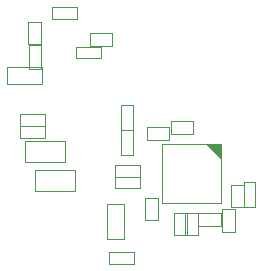
<source format=gbr>
%TF.GenerationSoftware,Altium Limited,Altium Designer,20.1.12 (249)*%
G04 Layer_Color=32768*
%FSLAX45Y45*%
%MOMM*%
%TF.SameCoordinates,27206DED-D720-4121-B7EB-46A740E941A3*%
%TF.FilePolarity,Positive*%
%TF.FileFunction,Other,M23_-_RefDes_Outline-B*%
%TF.Part,Single*%
G01*
G75*
%TA.AperFunction,NonConductor*%
%ADD84C,0.10000*%
G36*
X2127500Y1177500D02*
Y1050500D01*
X2000500Y1177500D01*
X2127500D01*
D02*
G37*
D84*
X312500Y1687500D02*
Y1827500D01*
X612500D01*
Y1687500D02*
Y1827500D01*
X312500Y1687500D02*
X612500D01*
X425000Y1232500D02*
X635000D01*
X425000D02*
Y1332500D01*
X635000D01*
Y1232500D02*
Y1332500D01*
X425000Y1432500D02*
X635000D01*
Y1332500D02*
Y1432500D01*
X425000Y1332500D02*
X635000D01*
X425000D02*
Y1432500D01*
X2127500Y677500D02*
Y1177500D01*
X1627500D02*
X2127500D01*
X1627500Y677500D02*
Y1177500D01*
Y677500D02*
X2127500D01*
X2000500Y1177500D02*
X2127500Y1050500D01*
X1282500Y1087500D02*
X1382500D01*
Y1297500D01*
X1282500D02*
X1382500D01*
X1282500Y1087500D02*
Y1297500D01*
Y1510000D02*
X1382500D01*
X1282500Y1300000D02*
Y1510000D01*
Y1300000D02*
X1382500D01*
Y1510000D01*
X2125000Y485000D02*
Y595000D01*
X1935000Y485000D02*
X2125000D01*
X1935000D02*
Y595000D01*
X2125000D01*
X1482500Y535000D02*
X1592500D01*
X1482500D02*
Y725000D01*
X1592500D01*
Y535000D02*
Y725000D01*
X2317500Y855000D02*
X2417500D01*
X2317500Y645000D02*
Y855000D01*
Y645000D02*
X2417500D01*
Y855000D01*
X2207501Y645000D02*
Y835000D01*
Y645000D02*
X2317500D01*
Y835000D01*
X2207501D02*
X2317500D01*
X2130000Y435000D02*
X2240000D01*
X2130000D02*
Y625000D01*
X2240000D01*
Y435000D02*
Y625000D01*
X1892500Y1260000D02*
Y1370000D01*
X1702500Y1260000D02*
X1892500D01*
X1702500D02*
Y1370000D01*
X1892500D01*
X1497500Y1212500D02*
Y1322500D01*
X1687500D01*
Y1212500D02*
Y1322500D01*
X1497500Y1212500D02*
X1687500D01*
X1110000Y1902500D02*
Y2002500D01*
X900000D02*
X1110000D01*
X900000Y1902500D02*
Y2002500D01*
Y1902500D02*
X1110000D01*
X497500Y1810000D02*
X597500D01*
Y2020000D01*
X497500D02*
X597500D01*
X497500Y1810000D02*
Y2020000D01*
X905000Y2237500D02*
Y2337500D01*
X695000D02*
X905000D01*
X695000Y2237500D02*
Y2337500D01*
Y2237500D02*
X905000D01*
X1202500Y2007500D02*
Y2117500D01*
X1012500Y2007500D02*
X1202500D01*
X1012500D02*
Y2117500D01*
X1202500D01*
X600000Y2022500D02*
Y2212500D01*
X490000D02*
X600000D01*
X490000Y2022500D02*
Y2212500D01*
Y2022500D02*
X600000D01*
X465001Y1025000D02*
X805000D01*
X465001Y1205000D02*
X805000D01*
X465001Y1025000D02*
Y1205000D01*
X805000Y1025000D02*
Y1205000D01*
X550000Y777500D02*
X890000D01*
X550000Y957500D02*
X890000D01*
X550000Y777500D02*
Y957500D01*
X890000Y777500D02*
Y957500D01*
X1230000Y902500D02*
Y1002500D01*
Y902500D02*
X1440000D01*
Y1002500D01*
X1230000D02*
X1440000D01*
X1440000Y802500D02*
Y902500D01*
X1230000D02*
X1440000D01*
X1230000Y802500D02*
Y902500D01*
Y802500D02*
X1440000D01*
X1725000Y595000D02*
X1835000D01*
Y405000D02*
Y595000D01*
X1725000Y405000D02*
X1835000D01*
X1725000D02*
Y595000D01*
X1820001D02*
X1930000D01*
Y405000D02*
Y595000D01*
X1820001Y405000D02*
X1930000D01*
X1820001D02*
Y595000D01*
X1177500Y162500D02*
Y262500D01*
Y162500D02*
X1387500D01*
Y262500D01*
X1177500D02*
X1387500D01*
X1302500Y370000D02*
Y670000D01*
X1162500D02*
X1302500D01*
X1162500Y370000D02*
Y670000D01*
Y370000D02*
X1302500D01*
%TF.MD5,7adbb6420e68b61f591d9215be7015bf*%
M02*

</source>
